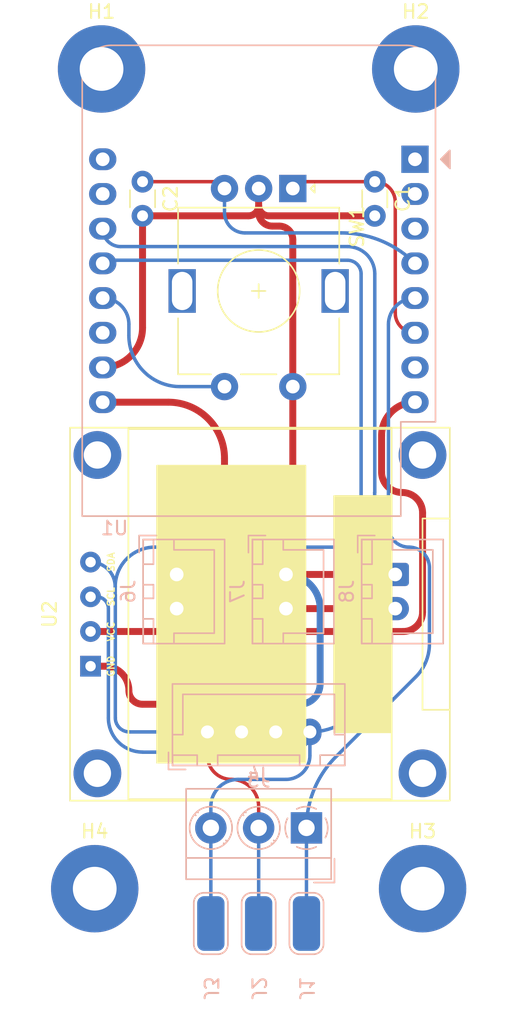
<source format=kicad_pcb>
(kicad_pcb (version 20211014) (generator pcbnew)
  (layers (0 "F.Cu" signal) (31 "B.Cu" signal) (34 "B.Paste" user) (35 "F.Paste" user) (36 "B.SilkS" user "B.Silkscreen") (37 "F.SilkS" user "F.Silkscreen") (38 "B.Mask" user) (39 "F.Mask" user) (44 "Edge.Cuts" user))
  (net 0 "")
  (net 1 "/Rotary_A")
  (net 2 "GND")
  (net 3 "/Rotary_B")
  (net 4 "/DebugPin")
  (net 5 "/SDA")
  (net 6 "/SCL")
  (net 8 "+5V")
  (net 9 "/Rotary_Switch")
  (net 14 "+3V3")
  (footprint "Capacitor_THT:C_Disc_D3.0mm_W1.6mm_P2.50mm" (layer "F.Cu") (at 68.5 74.25 -90)
    (fp_text reference "C2" (at 1.25 -2.05 90) (layer "F.SilkS"))
    (fp_text value "0.47uF")
    (fp_line (start 0.621 -0.92) (end 1.879 -0.92) (layer "F.SilkS") (width 0.12))
    (fp_line (start 0.621 0.92) (end 1.879 0.92) (layer "F.SilkS") (width 0.12))
    (pad "1" thru_hole circle locked (at 0 0 270) (size 1.6 1.6) (drill 0.8) (layers *.Cu *.Mask) (net 3 "/Rotary_B"))
    (pad "2" thru_hole circle locked (at 2.5 0 270) (size 1.6 1.6) (drill 0.8) (layers *.Cu *.Mask) (net 2 "GND"))
  )
  (footprint "MountingHole:MountingHole_3.2mm_M3_Pad" (layer "F.Cu") (at 65.5 66)
    (fp_text reference "H1" (at 0 -4.2) (layer "F.SilkS"))
    (fp_text value "MountingHole_Pad")
    (pad "1" thru_hole circle locked (at 0 0) (size 6.4 6.4) (drill 3.2) (layers *.Cu *.Mask) (net 2 "GND"))
  )
  (footprint "MountingHole:MountingHole_3.2mm_M3_Pad" (layer "F.Cu") (at 65 126)
    (fp_text reference "H4" (at 0 -4.2) (layer "F.SilkS"))
    (fp_text value "MountingHole_Pad")
    (pad "1" thru_hole circle locked (at 0 0) (size 6.4 6.4) (drill 3.2) (layers *.Cu *.Mask) (net 2 "GND"))
  )
  (footprint "Capacitor_THT:C_Disc_D3.0mm_W1.6mm_P2.50mm" (layer "F.Cu") (at 85.5 74.25 -90)
    (fp_text reference "C1" (at 1.25 -2.05 90) (layer "F.SilkS"))
    (fp_text value "0.47uF")
    (fp_line (start 0.621 0.92) (end 1.879 0.92) (layer "F.SilkS") (width 0.12))
    (fp_line (start 0.621 -0.92) (end 1.879 -0.92) (layer "F.SilkS") (width 0.12))
    (pad "1" thru_hole circle locked (at 0 0 270) (size 1.6 1.6) (drill 0.8) (layers *.Cu *.Mask) (net 1 "/Rotary_A"))
    (pad "2" thru_hole circle locked (at 2.5 0 270) (size 1.6 1.6) (drill 0.8) (layers *.Cu *.Mask) (net 2 "GND"))
  )
  (footprint "GBSC_Sync_Combiner_Footprints:SSD1306_OLED_0.96-Inch" (layer "F.Cu") (at 63.195 119.555 90)
    (fp_text reference "U2" (at 13.65 -1.5 90 unlocked) (layer "F.SilkS"))
    (fp_text value "SSD1306_OLED")
    (fp_text user "SCL" (at 14.92 3 90 unlocked) (layer "F.SilkS") (effects (font (size 0.5 0.5) (thickness 0.1))))
    (fp_text user "GND" (at 9.84 3 90 unlocked) (layer "F.SilkS") (effects (font (size 0.5 0.5) (thickness 0.1))))
    (fp_text user "SDA" (at 17.46 3 90 unlocked) (layer "F.SilkS") (effects (font (size 0.5 0.5) (thickness 0.1))))
    (fp_text user "VCC" (at 12.38 3 90 unlocked) (layer "F.SilkS") (effects (font (size 0.5 0.5) (thickness 0.1))))
    (fp_rect (start 5 19.33) (end 22.3 23.54) (layer "F.SilkS") (width 0.12) (fill solid))
    (fp_rect (start 2.78 6.37) (end 24.52 17.23) (layer "F.SilkS") (width 0.12) (fill solid))
    (fp_rect (start 6.65 25.8) (end 20.65 27.8) (layer "F.SilkS") (width 0.12) (fill none))
    (fp_rect (start 0 0) (end 27.3 27.8) (layer "F.SilkS") (width 0.12) (fill none))
    (fp_rect (start 0.1 4.27) (end 27.2 23.54) (layer "F.SilkS") (width 0.12) (fill none))
    (pad "" thru_hole circle (at 25.3 2 90) (size 3.5 3.5) (drill 2) (layers *.Cu *.Mask))
    (pad "" thru_hole circle (at 25.3 25.8 90) (size 3.5 3.5) (drill 2) (layers *.Cu *.Mask))
    (pad "" thru_hole circle (at 2 2 90) (size 3.5 3.5) (drill 2) (layers *.Cu *.Mask))
    (pad "" thru_hole circle (at 2 25.8 90) (size 3.5 3.5) (drill 2) (layers *.Cu *.Mask))
    (pad "1" thru_hole rect (at 9.84 1.5 90) (size 1.524 1.524) (drill 0.762) (layers *.Cu *.Mask) (net 2 "GND"))
    (pad "2" thru_hole circle (at 12.38 1.5 90) (size 1.524 1.524) (drill 0.762) (layers *.Cu *.Mask) (net 14 "+3V3"))
    (pad "3" thru_hole circle (at 14.92 1.5 90) (size 1.524 1.524) (drill 0.762) (layers *.Cu *.Mask) (net 6 "/SCL"))
    (pad "4" thru_hole circle (at 17.46 1.5 90) (size 1.524 1.524) (drill 0.762) (layers *.Cu *.Mask) (net 5 "/SDA"))
  )
  (footprint "Rotary_Encoder:RotaryEncoder_Alps_EC11E-Switch_Vertical_H20mm" (layer "F.Cu") (at 79.5 74.75 -90)
    (fp_text reference "SW1" (at 2.8 -4.7 90) (layer "F.SilkS"))
    (fp_text value "EC11 Rotary Encoder")
    (fp_line (start 13.6 8.4) (end 9.5 8.4) (layer "F.SilkS") (width 0.12))
    (fp_line (start 13.6 1.2) (end 13.6 3.8) (layer "F.SilkS") (width 0.12))
    (fp_line (start 1.4 -3.4) (end 1.4 8.4) (layer "F.SilkS") (width 0.12))
    (fp_line (start 13.6 6) (end 13.6 8.4) (layer "F.SilkS") (width 0.12))
    (fp_line (start 5.5 8.4) (end 1.4 8.4) (layer "F.SilkS") (width 0.12))
    (fp_line (start 0.3 -1.6) (end 0 -1.3) (layer "F.SilkS") (width 0.12))
    (fp_line (start 9.5 -3.4) (end 13.6 -3.4) (layer "F.SilkS") (width 0.12))
    (fp_line (start 7 2.5) (end 8 2.5) (layer "F.SilkS") (width 0.12))
    (fp_line (start 13.6 -3.4) (end 13.6 -1) (layer "F.SilkS") (width 0.12))
    (fp_line (start 7.5 2) (end 7.5 3) (layer "F.SilkS") (width 0.12))
    (fp_line (start 5.5 -3.4) (end 1.4 -3.4) (layer "F.SilkS") (width 0.12))
    (fp_line (start -0.3 -1.6) (end 0.3 -1.6) (layer "F.SilkS") (width 0.12))
    (fp_line (start 0 -1.3) (end -0.3 -1.6) (layer "F.SilkS") (width 0.12))
    (fp_circle (center 7.5 2.5) (end 10.5 2.5) (layer "F.SilkS") (width 0.12) (fill none))
    (pad "A" thru_hole rect locked (at 0 0 270) (size 2 2) (drill 1) (layers *.Cu *.Mask) (net 1 "/Rotary_A"))
    (pad "B" thru_hole circle locked (at 0 5 270) (size 2 2) (drill 1) (layers *.Cu *.Mask) (net 3 "/Rotary_B"))
    (pad "C" thru_hole circle locked (at 0 2.5 270) (size 2 2) (drill 1) (layers *.Cu *.Mask) (net 2 "GND"))
    (pad "MP" thru_hole rect locked (at 7.5 -3.1 270) (size 3.2 2) (drill oval 2.8 1.5) (layers *.Cu *.Mask))
    (pad "MP" thru_hole rect locked (at 7.5 8.1 270) (size 3.2 2) (drill oval 2.8 1.5) (layers *.Cu *.Mask))
    (pad "S1" thru_hole circle locked (at 14.5 5 270) (size 2 2) (drill 1) (layers *.Cu *.Mask) (net 9 "/Rotary_Switch"))
    (pad "S2" thru_hole circle locked (at 14.5 0 270) (size 2 2) (drill 1) (layers *.Cu *.Mask) (net 2 "GND"))
  )
  (footprint "MountingHole:MountingHole_3.2mm_M3_Pad" (layer "F.Cu") (at 88.5 66)
    (fp_text reference "H2" (at 0 -4.2) (layer "F.SilkS"))
    (fp_text value "MountingHole_Pad")
    (pad "1" thru_hole circle locked (at 0 0) (size 6.4 6.4) (drill 3.2) (layers *.Cu *.Mask) (net 2 "GND"))
  )
  (footprint "MountingHole:MountingHole_3.2mm_M3_Pad" (layer "F.Cu") (at 89 126)
    (fp_text reference "H3" (at 0 -4.2) (layer "F.SilkS"))
    (fp_text value "MountingHole_Pad")
    (pad "1" thru_hole circle locked (at 0 0) (size 6.4 6.4) (drill 3.2) (layers *.Cu *.Mask) (net 2 "GND"))
  )
  (footprint "GBSC_Sync_Combiner_Footprints:Solder_Pad_2x4mm" (layer "B.Cu") (at 77 128.55 90)
    (fp_text reference "J2" (at -4.75 0 270 unlocked) (layer "B.SilkS") (effects (justify mirror)))
    (fp_text value "Solder_Pad_2x4mm")
    (fp_line (start -1.5 1.25) (end 1.5 1.25) (layer "B.SilkS") (width 0.12))
    (fp_line (start 2.25 0.5) (end 2.25 -0.5) (layer "B.SilkS") (width 0.12))
    (fp_line (start -2.25 -0.5) (end -2.25 0.5) (layer "B.SilkS") (width 0.12))
    (fp_line (start 1.5 -1.25) (end -1.5 -1.25) (layer "B.SilkS") (width 0.12))
    (fp_arc (start -2.25 -0.5) (mid -2.03033 -1.03033) (end -1.5 -1.25) (layer "B.SilkS") (width 0.12))
    (fp_arc (start -1.5 1.25) (mid -2.03033 1.03033) (end -2.25 0.5) (layer "B.SilkS") (width 0.12))
    (fp_arc (start 1.5 -1.25) (mid 2.03033 -1.03033) (end 2.25 -0.5) (layer "B.SilkS") (width 0.12))
    (fp_arc (start 2.25 0.5) (mid 2.03033 1.03033) (end 1.5 1.25) (layer "B.SilkS") (width 0.12))
    (pad "1" smd roundrect (at 0 0 90) (size 4 2) (layers "B.Cu" "B.Mask") (net 5 "/SDA"))
  )
  (footprint "Connector_JST:JST_XH_B2B-XH-A_1x02_P2.50mm_Vertical" (layer "B.Cu") (at 79 103 -90)
    (fp_text reference "J7" (at 1.25 3.55 90) (layer "B.SilkS") (effects (justify mirror)))
    (fp_text value "JST B2B-XH-A")
    (fp_line (start -2.55 0.2) (end -1.8 0.2) (layer "B.SilkS") (width 0.12))
    (fp_line (start 5.05 1.7) (end 5.05 2.45) (layer "B.SilkS") (width 0.12))
    (fp_line (start -1.8 -2.75) (end 1.25 -2.75) (layer "B.SilkS") (width 0.12))
    (fp_line (start 5.06 2.46) (end -2.56 2.46) (layer "B.SilkS") (width 0.12))
    (fp_line (start 0.75 1.7) (end 1.75 1.7) (layer "B.SilkS") (width 0.12))
    (fp_line (start 5.05 2.45) (end 3.25 2.45) (layer "B.SilkS") (width 0.12))
    (fp_line (start -2.55 1.7) (end -0.75 1.7) (layer "B.SilkS") (width 0.12))
    (fp_line (start 0.75 2.45) (end 0.75 1.7) (layer "B.SilkS") (width 0.12))
    (fp_line (start -1.6 2.75) (end -2.85 2.75) (layer "B.SilkS") (width 0.12))
    (fp_line (start -1.8 0.2) (end -1.8 -2.75) (layer "B.SilkS") (width 0.12))
    (fp_line (start 1.75 1.7) (end 1.75 2.45) (layer "B.SilkS") (width 0.12))
    (fp_line (start 4.3 0.2) (end 4.3 -2.75) (layer "B.SilkS") (width 0.12))
    (fp_line (start 3.25 2.45) (end 3.25 1.7) (layer "B.SilkS") (width 0.12))
    (fp_line (start -2.85 2.75) (end -2.85 1.5) (layer "B.SilkS") (width 0.12))
    (fp_line (start 4.3 -2.75) (end 1.25 -2.75) (layer "B.SilkS") (width 0.12))
    (fp_line (start -2.55 2.45) (end -2.55 1.7) (layer "B.SilkS") (width 0.12))
    (fp_line (start -0.75 1.7) (end -0.75 2.45) (layer "B.SilkS") (width 0.12))
    (fp_line (start 5.05 0.2) (end 4.3 0.2) (layer "B.SilkS") (width 0.12))
    (fp_line (start -0.75 2.45) (end -2.55 2.45) (layer "B.SilkS") (width 0.12))
    (fp_line (start -2.56 -3.51) (end 5.06 -3.51) (layer "B.SilkS") (width 0.12))
    (fp_line (start -2.56 2.46) (end -2.56 -3.51) (layer "B.SilkS") (width 0.12))
    (fp_line (start 3.25 1.7) (end 5.05 1.7) (layer "B.SilkS") (width 0.12))
    (fp_line (start 1.75 2.45) (end 0.75 2.45) (layer "B.SilkS") (width 0.12))
    (fp_line (start 5.06 -3.51) (end 5.06 2.46) (layer "B.SilkS") (width 0.12))
    (pad "1" thru_hole roundrect locked (at 0 0 270) (size 1.7 2) (drill 1) (layers *.Cu *.Mask) (roundrect_rratio 0.147059) (net 2 "GND"))
    (pad "2" thru_hole oval locked (at 2.5 0 270) (size 1.7 2) (drill 1) (layers *.Cu *.Mask) (net 8 "+5V"))
  )
  (footprint "Connector_JST:JST_XH_B2B-XH-A_1x02_P2.50mm_Vertical" (layer "B.Cu") (at 71 103 -90)
    (fp_text reference "J6" (at 1.25 3.55 90) (layer "B.SilkS") (effects (justify mirror)))
    (fp_text value "JST B2B-XH-A")
    (fp_line (start -2.55 1.7) (end -0.75 1.7) (layer "B.SilkS") (width 0.12))
    (fp_line (start -2.56 -3.51) (end 5.06 -3.51) (layer "B.SilkS") (width 0.12))
    (fp_line (start -2.85 2.75) (end -2.85 1.5) (layer "B.SilkS") (width 0.12))
    (fp_line (start 5.06 -3.51) (end 5.06 2.46) (layer "B.SilkS") (width 0.12))
    (fp_line (start 4.3 -2.75) (end 1.25 -2.75) (layer "B.SilkS") (width 0.12))
    (fp_line (start 3.25 2.45) (end 3.25 1.7) (layer "B.SilkS") (width 0.12))
    (fp_line (start 5.05 1.7) (end 5.05 2.45) (layer "B.SilkS") (width 0.12))
    (fp_line (start 5.05 0.2) (end 4.3 0.2) (layer "B.SilkS") (width 0.12))
    (fp_line (start -1.6 2.75) (end -2.85 2.75) (layer "B.SilkS") (width 0.12))
    (fp_line (start -1.8 0.2) (end -1.8 -2.75) (layer "B.SilkS") (width 0.12))
    (fp_line (start -1.8 -2.75) (end 1.25 -2.75) (layer "B.SilkS") (width 0.12))
    (fp_line (start 5.05 2.45) (end 3.25 2.45) (layer "B.SilkS") (width 0.12))
    (fp_line (start -0.75 2.45) (end -2.55 2.45) (layer "B.SilkS") (width 0.12))
    (fp_line (start 1.75 2.45) (end 0.75 2.45) (layer "B.SilkS") (width 0.12))
    (fp_line (start 3.25 1.7) (end 5.05 1.7) (layer "B.SilkS") (width 0.12))
    (fp_line (start -2.56 2.46) (end -2.56 -3.51) (layer "B.SilkS") (width 0.12))
    (fp_line (start -2.55 2.45) (end -2.55 1.7) (layer "B.SilkS") (width 0.12))
    (fp_line (start 0.75 2.45) (end 0.75 1.7) (layer "B.SilkS") (width 0.12))
    (fp_line (start 5.06 2.46) (end -2.56 2.46) (layer "B.SilkS") (width 0.12))
    (fp_line (start 4.3 0.2) (end 4.3 -2.75) (layer "B.SilkS") (width 0.12))
    (fp_line (start -2.55 0.2) (end -1.8 0.2) (layer "B.SilkS") (width 0.12))
    (fp_line (start 1.75 1.7) (end 1.75 2.45) (layer "B.SilkS") (width 0.12))
    (fp_line (start 0.75 1.7) (end 1.75 1.7) (layer "B.SilkS") (width 0.12))
    (fp_line (start -0.75 1.7) (end -0.75 2.45) (layer "B.SilkS") (width 0.12))
    (pad "1" thru_hole roundrect locked (at 0 0 270) (size 1.7 2) (drill 1) (layers *.Cu *.Mask) (roundrect_rratio 0.147059) (net 2 "GND"))
    (pad "2" thru_hole oval locked (at 2.5 0 270) (size 1.7 2) (drill 1) (layers *.Cu *.Mask) (net 8 "+5V"))
  )
  (footprint "Module:WEMOS_D1_mini_light" (layer "B.Cu") (at 88.445 72.61 180)
    (fp_text reference "U1" (at 22 -27) (layer "B.SilkS") (effects (justify mirror)))
    (fp_text value "WeMos_D1_mini")
    (fp_line (start -1.5 -19.22) (end 1.04 -19.22) (layer "B.SilkS") (width 0.12))
    (fp_line (start 22.24 8.34) (end 0.63 8.34) (layer "B.SilkS") (width 0.12))
    (fp_line (start -1.5 -19.22) (end -1.5 6.21) (layer "B.SilkS") (width 0.12))
    (fp_line (start 1.04 -19.22) (end 1.04 -26.12) (layer "B.SilkS") (width 0.12))
    (fp_line (start 1.04 -26.12) (end 24.36 -26.12) (layer "B.SilkS") (width 0.12))
    (fp_line (start 24.36 -26.12) (end 24.36 6.21) (layer "B.SilkS") (width 0.12))
    (fp_arc (start 24.36 6.21) (mid 23.736137 7.716137) (end 22.23 8.34) (layer "B.SilkS") (width 0.12))
    (fp_arc (start 0.63 8.34) (mid -0.876137 7.716137) (end -1.5 6.21) (layer "B.SilkS") (width 0.12))
    (fp_poly (pts (xy -2.54 0.635) (xy -2.54 -0.635) (xy -1.905 0)) (layer "B.SilkS") (width 0.15) (fill solid))
    (pad "1" thru_hole rect locked (at 0 0 180) (size 2 2) (drill 1) (layers *.Cu *.Mask))
    (pad "2" thru_hole oval locked (at 0 -2.54 180) (size 2 1.6) (drill 1) (layers *.Cu *.Mask))
    (pad "3" thru_hole oval locked (at 0 -5.08 180) (size 2 1.6) (drill 1) (layers *.Cu *.Mask))
    (pad "4" thru_hole oval locked (at 0 -7.62 180) (size 2 1.6) (drill 1) (layers *.Cu *.Mask) (net 3 "/Rotary_B"))
    (pad "5" thru_hole oval locked (at 0 -10.16 180) (size 2 1.6) (drill 1) (layers *.Cu *.Mask) (net 4 "/DebugPin"))
    (pad "6" thru_hole oval locked (at 0 -12.7 180) (size 2 1.6) (drill 1) (layers *.Cu *.Mask) (net 1 "/Rotary_A"))
    (pad "7" thru_hole oval locked (at 0 -15.24 180) (size 2 1.6) (drill 1) (layers *.Cu *.Mask))
    (pad "8" thru_hole oval locked (at 0 -17.78 180) (size 2 1.6) (drill 1) (layers *.Cu *.Mask) (net 14 "+3V3"))
    (pad "9" thru_hole oval locked (at 22.86 -17.78 180) (size 2 1.6) (drill 1) (layers *.Cu *.Mask) (net 8 "+5V"))
    (pad "10" thru_hole oval locked (at 22.86 -15.24 180) (size 2 1.6) (drill 1) (layers *.Cu *.Mask) (net 2 "GND"))
    (pad "11" thru_hole oval locked (at 22.86 -12.7 180) (size 2 1.6) (drill 1) (layers *.Cu *.Mask))
    (pad "12" thru_hole oval locked (at 22.86 -10.16 180) (size 2 1.6) (drill 1) (layers *.Cu *.Mask) (net 9 "/Rotary_Switch"))
    (pad "13" thru_hole oval locked (at 22.86 -7.62 180) (size 2 1.6) (drill 1) (layers *.Cu *.Mask) (net 5 "/SDA"))
    (pad "14" thru_hole oval locked (at 22.86 -5.08 180) (size 2 1.6) (drill 1) (layers *.Cu *.Mask) (net 6 "/SCL"))
    (pad "15" thru_hole oval locked (at 22.86 -2.54 180) (size 2 1.6) (drill 1) (layers *.Cu *.Mask))
    (pad "16" thru_hole oval locked (at 22.86 0 180) (size 2 1.6) (drill 1) (layers *.Cu *.Mask))
  )
  (footprint "GBSC_Sync_Combiner_Footprints:Solder_Pad_2x4mm" (layer "B.Cu") (at 80.5 128.55 90)
    (fp_text reference "J1" (at -4.75 0 270 unlocked) (layer "B.SilkS") (effects (justify mirror)))
    (fp_text value "Solder_Pad_2x4mm")
    (fp_line (start 2.25 0.5) (end 2.25 -0.5) (layer "B.SilkS") (width 0.12))
    (fp_line (start -1.5 1.25) (end 1.5 1.25) (layer "B.SilkS") (width 0.12))
    (fp_line (start 1.5 -1.25) (end -1.5 -1.25) (layer "B.SilkS") (width 0.12))
    (fp_line (start -2.25 -0.5) (end -2.25 0.5) (layer "B.SilkS") (width 0.12))
    (fp_arc (start -1.5 1.25) (mid -2.03033 1.03033) (end -2.25 0.5) (layer "B.SilkS") (width 0.12))
    (fp_arc (start 2.25 0.5) (mid 2.03033 1.03033) (end 1.5 1.25) (layer "B.SilkS") (width 0.12))
    (fp_arc (start 1.5 -1.25) (mid 2.03033 -1.03033) (end 2.25 -0.5) (layer "B.SilkS") (width 0.12))
    (fp_arc (start -2.25 -0.5) (mid -2.03033 -1.03033) (end -1.5 -1.25) (layer "B.SilkS") (width 0.12))
    (pad "1" smd roundrect (at 0 0 90) (size 4 2) (layers "B.Cu" "B.Mask") (net 4 "/DebugPin"))
  )
  (footprint "GBSC_Sync_Combiner_Footprints:Solder_Pad_2x4mm" (layer "B.Cu") (at 73.5 128.55 90)
    (fp_text reference "J3" (at -4.75 0 270 unlocked) (layer "B.SilkS") (effects (justify mirror)))
    (fp_text value "Solder_Pad_2x4mm")
    (fp_line (start 2.25 0.5) (end 2.25 -0.5) (layer "B.SilkS") (width 0.12))
    (fp_line (start -1.5 1.25) (end 1.5 1.25) (layer "B.SilkS") (width 0.12))
    (fp_line (start 1.5 -1.25) (end -1.5 -1.25) (layer "B.SilkS") (width 0.12))
    (fp_line (start -2.25 -0.5) (end -2.25 0.5) (layer "B.SilkS") (width 0.12))
    (fp_arc (start -2.25 -0.5) (mid -2.03033 -1.03033) (end -1.5 -1.25) (layer "B.SilkS") (width 0.12))
    (fp_arc (start 2.25 0.5) (mid 2.03033 1.03033) (end 1.5 1.25) (layer "B.SilkS") (width 0.12))
    (fp_arc (start -1.5 1.25) (mid -2.03033 1.03033) (end -2.25 0.5) (layer "B.SilkS") (width 0.12))
    (fp_arc (start 1.5 -1.25) (mid 2.03033 -1.03033) (end 2.25 -0.5) (layer "B.SilkS") (width 0.12))
    (pad "1" smd roundrect (at 0 0 90) (size 4 2) (layers "B.Cu" "B.Mask") (net 6 "/SCL"))
  )
  (footprint "Connector_JST:JST_XH_B4B-XH-A_1x04_P2.50mm_Vertical" (layer "B.Cu") (at 73.25 114.525)
    (fp_text reference "J5" (at 3.75 3.55) (layer "B.SilkS") (effects (justify mirror)))
    (fp_text value "JST B4B-XH-A")
    (fp_line (start -2.55 1.7) (end -0.75 1.7) (layer "B.SilkS") (width 0.12))
    (fp_line (start -2.85 2.75) (end -2.85 1.5) (layer "B.SilkS") (width 0.12))
    (fp_line (start 10.05 0.2) (end 9.3 0.2) (layer "B.SilkS") (width 0.12))
    (fp_line (start 10.06 -3.51) (end 10.06 2.46) (layer "B.SilkS") (width 0.12))
    (fp_line (start 10.05 1.7) (end 10.05 2.45) (layer "B.SilkS") (width 0.12))
    (fp_line (start 10.06 2.46) (end -2.56 2.46) (layer "B.SilkS") (width 0.12))
    (fp_line (start 9.3 0.2) (end 9.3 -2.75) (layer "B.SilkS") (width 0.12))
    (fp_line (start -1.6 2.75) (end -2.85 2.75) (layer "B.SilkS") (width 0.12))
    (fp_line (start -1.8 -2.75) (end 3.75 -2.75) (layer "B.SilkS") (width 0.12))
    (fp_line (start -2.55 0.2) (end -1.8 0.2) (layer "B.SilkS") (width 0.12))
    (fp_line (start 9.3 -2.75) (end 3.75 -2.75) (layer "B.SilkS") (width 0.12))
    (fp_line (start 6.75 2.45) (end 0.75 2.45) (layer "B.SilkS") (width 0.12))
    (fp_line (start 8.25 2.45) (end 8.25 1.7) (layer "B.SilkS") (width 0.12))
    (fp_line (start -0.75 2.45) (end -2.55 2.45) (layer "B.SilkS") (width 0.12))
    (fp_line (start -1.8 0.2) (end -1.8 -2.75) (layer "B.SilkS") (width 0.12))
    (fp_line (start 10.05 2.45) (end 8.25 2.45) (layer "B.SilkS") (width 0.12))
    (fp_line (start -2.56 2.46) (end -2.56 -3.51) (layer "B.SilkS") (width 0.12))
    (fp_line (start 6.75 1.7) (end 6.75 2.45) (layer "B.SilkS") (width 0.12))
    (fp_line (start 0.75 2.45) (end 0.75 1.7) (layer "B.SilkS") (width 0.12))
    (fp_line (start 8.25 1.7) (end 10.05 1.7) (layer "B.SilkS") (width 0.12))
    (fp_line (start 0.75 1.7) (end 6.75 1.7) (layer "B.SilkS") (width 0.12))
    (fp_line (start -2.55 2.45) (end -2.55 1.7) (layer "B.SilkS") (width 0.12))
    (fp_line (start -2.56 -3.51) (end 10.06 -3.51) (layer "B.SilkS") (width 0.12))
    (fp_line (start -0.75 1.7) (end -0.75 2.45) (layer "B.SilkS") (width 0.12))
    (pad "1" thru_hole roundrect locked (at 0 0) (size 1.7 1.95) (drill 0.95) (layers *.Cu *.Mask) (roundrect_rratio 0.147059) (net 5 "/SDA"))
    (pad "2" thru_hole oval locked (at 2.5 0) (size 1.7 1.95) (drill 0.95) (layers *.Cu *.Mask))
    (pad "3" thru_hole oval locked (at 5 0) (size 1.7 1.95) (drill 0.95) (layers *.Cu *.Mask) (net 2 "GND"))
    (pad "4" thru_hole oval locked (at 7.5 0) (size 1.7 1.95) (drill 0.95) (layers *.Cu *.Mask) (net 6 "/SCL"))
  )
  (footprint "TerminalBlock_MetzConnect:TerminalBlock_MetzConnect_Type059_RT06303HBWC_1x03_P3.50mm_Horizontal" (layer "B.Cu") (at 80.5 121.55 180)
    (fp_text reference "J4" (at 3.5 3.86) (layer "B.SilkS") (effects (justify mirror)))
    (fp_text value "Screw_Terminal_01x03")
    (fp_line (start -1.81 2.86) (end 8.81 2.86) (layer "B.SilkS") (width 0.12))
    (fp_line (start -2.05 -2.26) (end -2.05 -4) (layer "B.SilkS") (width 0.12))
    (fp_line (start -2.05 -4) (end -0.55 -4) (layer "B.SilkS") (width 0.12))
    (fp_line (start 2.397 -0.914) (end 2.321 -0.99) (layer "B.SilkS") (width 0.12))
    (fp_line (start 8.18 0.99) (end 8.104 0.914) (layer "B.SilkS") (width 0.12))
    (fp_line (start -1.81 -3.76) (end 8.81 -3.76) (layer "B.SilkS") (width 0.12))
    (fp_line (start 4.49 1.18) (end 4.436 1.126) (layer "B.SilkS") (width 0.12))
    (fp_line (start 6.065 -1.125) (end 6.011 -1.18) (layer "B.SilkS") (width 0.12))
    (fp_line (start 7.99 1.18) (end 7.936 1.126) (layer "B.SilkS") (width 0.12))
    (fp_line (start 4.68 0.99) (end 4.604 0.914) (layer "B.SilkS") (width 0.12))
    (fp_line (start 5.897 -0.914) (end 5.821 -0.99) (layer "B.SilkS") (width 0.12))
    (fp_line (start 2.565 -1.125) (end 2.511 -1.18) (layer "B.SilkS") (width 0.12))
    (fp_line (start -1.81 2.86) (end -1.81 -3.76) (layer "B.SilkS") (width 0.12))
    (fp_line (start -1.81 -2.2) (end 8.81 -2.2) (layer "B.SilkS") (width 0.12))
    (fp_line (start 8.81 2.86) (end 8.81 -3.76) (layer "B.SilkS") (width 0.12))
    (fp_arc (start -0.707 -1.386) (mid -0.350695 -1.515869) (end 0.026444 -1.555682) (layer "B.SilkS") (width 0.12))
    (fp_arc (start 0.707 1.386) (mid 0.000711 1.555906) (end -0.705733 1.386645) (layer "B.SilkS") (width 0.12))
    (fp_arc (start -1.386 0.707) (mid -1.555906 0.000711) (end -1.386645 -0.705733) (layer "B.SilkS") (width 0.12))
    (fp_arc (start 1.386 -0.707) (mid 1.555906 -0.000711) (end 1.386645 0.705733) (layer "B.SilkS") (width 0.12))
    (fp_arc (start 0 -1.555) (mid 0.363007 -1.512035) (end 0.705955 -1.385515) (layer "B.SilkS") (width 0.12))
    (fp_circle (center 3.5 0) (end 5.055 0) (layer "B.SilkS") (width 0.12) (fill none))
    (fp_circle (center 7 0) (end 8.555 0) (layer "B.SilkS") (width 0.12) (fill none))
    (pad "1" thru_hole rect locked (at 0 0 180) (size 2.3 2.3) (drill 1.2) (layers *.Cu *.Mask) (net 4 "/DebugPin"))
    (pad "2" thru_hole circle locked (at 3.5 0 180) (size 2.3 2.3) (drill 1.2) (layers *.Cu *.Mask) (net 5 "/SDA"))
    (pad "3" thru_hole circle locked (at 7 0 180) (size 2.3 2.3) (drill 1.2) (layers *.Cu *.Mask) (net 6 "/SCL"))
  )
  (footprint "Connector_JST:JST_XH_B2B-XH-A_1x02_P2.50mm_Vertical" (layer "B.Cu") (at 87 103 -90)
    (fp_text reference "J8" (at 1.25 3.55 90) (layer "B.SilkS") (effects (justify mirror)))
    (fp_text value "JST B2B-XH-A")
    (fp_line (start 5.05 2.45) (end 3.25 2.45) (layer "B.SilkS") (width 0.12))
    (fp_line (start -2.56 2.46) (end -2.56 -3.51) (layer "B.SilkS") (width 0.12))
    (fp_line (start 4.3 -2.75) (end 1.25 -2.75) (layer "B.SilkS") (width 0.12))
    (fp_line (start 5.06 2.46) (end -2.56 2.46) (layer "B.SilkS") (width 0.12))
    (fp_line (start -1.6 2.75) (end -2.85 2.75) (layer "B.SilkS") (width 0.12))
    (fp_line (start -0.75 2.45) (end -2.55 2.45) (layer "B.SilkS") (width 0.12))
    (fp_line (start -2.85 2.75) (end -2.85 1.5) (layer "B.SilkS") (width 0.12))
    (fp_line (start 1.75 2.45) (end 0.75 2.45) (layer "B.SilkS") (width 0.12))
    (fp_line (start 3.25 2.45) (end 3.25 1.7) (layer "B.SilkS") (width 0.12))
    (fp_line (start -2.55 0.2) (end -1.8 0.2) (layer "B.SilkS") (width 0.12))
    (fp_line (start 3.25 1.7) (end 5.05 1.7) (layer "B.SilkS") (width 0.12))
    (fp_line (start -2.55 2.45) (end -2.55 1.7) (layer "B.SilkS") (width 0.12))
    (fp_line (start 0.75 2.45) (end 0.75 1.7) (layer "B.SilkS") (width 0.12))
    (fp_line (start -2.56 -3.51) (end 5.06 -3.51) (layer "B.SilkS") (width 0.12))
    (fp_line (start 0.75 1.7) (end 1.75 1.7) (layer "B.SilkS") (width 0.12))
    (fp_line (start -0.75 1.7) (end -0.75 2.45) (layer "B.SilkS") (width 0.12))
    (fp_line (start -2.55 1.7) (end -0.75 1.7) (layer "B.SilkS") (width 0.12))
    (fp_line (start 1.75 1.7) (end 1.75 2.45) (layer "B.SilkS") (width 0.12))
    (fp_line (start 5.05 0.2) (end 4.3 0.2) (layer "B.SilkS") (width 0.12))
    (fp_line (start 4.3 0.2) (end 4.3 -2.75) (layer "B.SilkS") (width 0.12))
    (fp_line (start 5.06 -3.51) (end 5.06 2.46) (layer "B.SilkS") (width 0.12))
    (fp_line (start 5.05 1.7) (end 5.05 2.45) (layer "B.SilkS") (width 0.12))
    (fp_line (start -1.8 0.2) (end -1.8 -2.75) (layer "B.SilkS") (width 0.12))
    (fp_line (start -1.8 -2.75) (end 1.25 -2.75) (layer "B.SilkS") (width 0.12))
    (pad "1" thru_hole roundrect locked (at 0 0 270) (size 1.7 2) (drill 1) (layers *.Cu *.Mask) (roundrect_rratio 0.147059) (net 2 "GND"))
    (pad "2" thru_hole oval locked (at 2.5 0 270) (size 1.7 2) (drill 1) (layers *.Cu *.Mask) (net 8 "+5V"))
  )
  (segment (start 87 83.865) (end 87 75.75) (width 0.254) (layer "F.Cu") (net 1))
  (segment (start 85.5 74.25) (end 80 74.25) (width 0.254) (layer "F.Cu") (net 1))
  (arc (start 88.445 85.31) (mid 87.423231 84.886769) (end 87 83.865) (width 0.254) (layer "F.Cu") (net 1))
  (arc (start 87 75.75) (mid 86.56066 74.68934) (end 85.5 74.25) (width 0.254) (layer "F.Cu") (net 1))
  (arc (start 80 74.25) (mid 79.646447 74.396447) (end 79.5 74.75) (width 0.254) (layer "F.Cu") (net 1))
  (segment (start 88.5 84.81) (end 88.3 84.81) (width 0.254) (layer "B.Cu") (net 1))
  (segment (start 77 76) (end 77 76.5) (width 0.508) (layer "F.Cu") (net 2))
  (segment (start 85.5 76.75) (end 77.75 76.75) (width 0.508) (layer "F.Cu") (net 2))
  (segment (start 64.695 109.715) (end 65.285 109.715) (width 0.508) (layer "F.Cu") (net 2))
  (segment (start 77 74.75) (end 77 76) (width 0.508) (layer "F.Cu") (net 2))
  (segment (start 68.5 112.5) (end 77 112.5) (width 0.508) (layer "F.Cu") (net 2))
  (segment (start 79.5 78.5) (end 79.5 89.25) (width 0.508) (layer "F.Cu") (net 2))
  (segment (start 78 77.5) (end 78.5 77.5) (width 0.508) (layer "F.Cu") (net 2))
  (segment (start 68.5 76.75) (end 68.5 84.935) (width 0.508) (layer "F.Cu") (net 2))
  (segment (start 79.5 89.25) (end 79.5 102.5) (width 0.508) (layer "F.Cu") (net 2))
  (segment (start 68.5 76.75) (end 76.25 76.75) (width 0.508) (layer "F.Cu") (net 2))
  (segment (start 64.695 109.715) (end 65.715 109.715) (width 0.508) (layer "F.Cu") (net 2))
  (segment (start 79 103) (end 87 103) (width 0.508) (layer "F.Cu") (net 2))
  (segment (start 78.25 113.75) (end 78.25 114.525) (width 0.508) (layer "F.Cu") (net 2))
  (arc (start 65.715 109.715) (mid 66.977186 110.237814) (end 67.5 111.5) (width 0.508) (layer "F.Cu") (net 2))
  (arc (start 77.75 76.75) (mid 77.21967 76.53033) (end 77 76) (width 0.508) (layer "F.Cu") (net 2))
  (arc (start 67.5 111.5) (mid 67.792893 112.207107) (end 68.5 112.5) (width 0.508) (layer "F.Cu") (net 2))
  (arc (start 78.5 77.5) (mid 79.207107 77.792893) (end 79.5 78.5) (width 0.508) (layer "F.Cu") (net 2))
  (arc (start 77 112.5) (mid 77.883883 112.866117) (end 78.25 113.75) (width 0.508) (layer "F.Cu") (net 2))
  (arc (start 76.25 76.75) (mid 76.78033 76.53033) (end 77 76) (width 0.508) (layer "F.Cu") (net 2))
  (arc (start 68.5 84.935) (mid 67.646216 86.996216) (end 65.585 87.85) (width 0.508) (layer "F.Cu") (net 2))
  (arc (start 79.5 102.5) (mid 79.353553 102.853553) (end 79 103) (width 0.508) (layer "F.Cu") (net 2))
  (arc (start 77 76.5) (mid 77.292893 77.207107) (end 78 77.5) (width 0.508) (layer "F.Cu") (net 2))
  (segment (start 81.5 105.5) (end 81.5 111) (width 0.508) (layer "B.Cu") (net 2))
  (segment (start 79 103) (end 71 103) (width 0.508) (layer "B.Cu") (net 2))
  (segment (start 78.25 114.25) (end 78.25 114.525) (width 0.508) (layer "B.Cu") (net 2))
  (arc (start 80 112.5) (mid 78.762563 113.012563) (end 78.25 114.25) (width 0.508) (layer "B.Cu") (net 2))
  (arc (start 81.5 111) (mid 81.06066 112.06066) (end 80 112.5) (width 0.508) (layer "B.Cu") (net 2))
  (arc (start 79 103) (mid 80.767767 103.732233) (end 81.5 105.5) (width 0.508) (layer "B.Cu") (net 2))
  (segment (start 68.5 74.25) (end 74 74.25) (width 0.254) (layer "F.Cu") (net 3))
  (arc (start 74 74.25) (mid 74.353553 74.396447) (end 74.5 74.75) (width 0.254) (layer "F.Cu") (net 3))
  (segment (start 74.5 74.75) (end 74.5 76.5) (width 0.254) (layer "B.Cu") (net 3))
  (segment (start 76 78) (end 83.061304 78) (width 0.254) (layer "B.Cu") (net 3))
  (arc (start 74.5 76.5) (mid 74.93934 77.56066) (end 76 78) (width 0.254) (layer "B.Cu") (net 3))
  (arc (start 83.061304 78) (mid 85.974939 78.579558) (end 88.445 80.23) (width 0.254) (layer "B.Cu") (net 3))
  (segment (start 89.5 102.5) (end 89.5 108.085787) (width 0.254) (layer "B.Cu") (net 4))
  (segment (start 88.5 110.5) (end 82.656676 116.343324) (width 0.254) (layer "B.Cu") (net 4))
  (segment (start 88.5 82.27) (end 88.23 82.27) (width 0.254) (layer "B.Cu") (net 4))
  (segment (start 86.5 84.715) (end 86.5 99.5) (width 0.254) (layer "B.Cu") (net 4))
  (segment (start 80.5 121.55) (end 80.5 128.55) (width 0.254) (layer "B.Cu") (net 4))
  (arc (start 88 101) (mid 89.06066 101.43934) (end 89.5 102.5) (width 0.254) (layer "B.Cu") (net 4))
  (arc (start 89.5 108.085787) (mid 89.240109 109.392349) (end 88.5 110.5) (width 0.254) (layer "B.Cu") (net 4))
  (arc (start 88.445 82.77) (mid 87.069677 83.339677) (end 86.5 84.715) (width 0.254) (layer "B.Cu") (net 4))
  (arc (start 82.656676 116.343324) (mid 81.060502 118.732166) (end 80.5 121.55) (width 0.254) (layer "B.Cu") (net 4))
  (arc (start 86.5 99.5) (mid 86.93934 100.56066) (end 88 101) (width 0.254) (layer "B.Cu") (net 4))
  (segment (start 73.25 114.525) (end 73.25 116.25) (width 0.254) (layer "F.Cu") (net 5))
  (segment (start 77 120) (end 77 121.55) (width 0.254) (layer "F.Cu") (net 5))
  (arc (start 73.25 116.25) (mid 73.762563 117.487437) (end 75 118) (width 0.254) (layer "F.Cu") (net 5))
  (arc (start 75 118) (mid 76.414214 118.585786) (end 77 120) (width 0.254) (layer "F.Cu") (net 5))
  (segment (start 84.5 99) (end 84.5 81) (width 0.254) (layer "B.Cu") (net 5))
  (segment (start 83.5 80) (end 65.815 80) (width 0.254) (layer "B.Cu") (net 5))
  (segment (start 73.25 114.525) (end 67.54004 114.525) (width 0.254) (layer "B.Cu") (net 5))
  (segment (start 66.50752 113.49248) (end 66.50752 113.5) (width 0.254) (layer "B.Cu") (net 5))
  (segment (start 66.5 103.9) (end 66.5 104.5) (width 0.254) (layer "B.Cu") (net 5))
  (segment (start 66.5 104.5) (end 66.50752 104.50752) (width 0.254) (layer "B.Cu") (net 5))
  (segment (start 66.50752 104.50752) (end 66.50752 113.49248) (width 0.254) (layer "B.Cu") (net 5))
  (segment (start 77 121.55) (end 77 128.55) (width 0.254) (layer "B.Cu") (net 5))
  (segment (start 69.4 101) (end 82.5 101) (width 0.254) (layer "B.Cu") (net 5))
  (arc (start 82.5 101) (mid 83.914214 100.414214) (end 84.5 99) (width 0.254) (layer "B.Cu") (net 5))
  (arc (start 65.815 80) (mid 65.652365 80.067365) (end 65.585 80.23) (width 0.254) (layer "B.Cu") (net 5))
  (arc (start 64.695 102.095) (mid 65.971328 102.623672) (end 66.5 103.9) (width 0.254) (layer "B.Cu") (net 5))
  (arc (start 84.5 81) (mid 84.207107 80.292893) (end 83.5 80) (width 0.254) (layer "B.Cu") (net 5))
  (arc (start 67.54004 114.525) (mid 66.809938 114.222582) (end 66.50752 113.49248) (width 0.254) (layer "B.Cu") (net 5))
  (arc (start 66.5 103.9) (mid 67.34939 101.84939) (end 69.4 101) (width 0.254) (layer "B.Cu") (net 5))
  (segment (start 85.49248 109.78252) (end 85.49248 97.00752) (width 0.254) (layer "B.Cu") (net 6))
  (segment (start 64.695 104.635) (end 65.135 104.635) (width 0.254) (layer "B.Cu") (net 6))
  (segment (start 73.5 121.55) (end 73.5 120) (width 0.254) (layer "B.Cu") (net 6))
  (segment (start 85.5 97) (end 85.5 81) (width 0.254) (layer "B.Cu") (net 6))
  (segment (start 80.75 116.25) (end 80.75 114.525) (width 0.254) (layer "B.Cu") (net 6))
  (segment (start 75.5 118) (end 79 118) (width 0.254) (layer "B.Cu") (net 6))
  (segment (start 68.50752 116.00752) (end 79.26748 116.00752) (width 0.254) (layer "B.Cu") (net 6))
  (segment (start 85.49248 97.00752) (end 85.5 97) (width 0.254) (layer "B.Cu") (net 6))
  (segment (start 73.5 121.55) (end 73.5 128.55) (width 0.254) (layer "B.Cu") (net 6))
  (segment (start 66 105.5) (end 66 113.5) (width 0.254) (layer "B.Cu") (net 6))
  (segment (start 68.5 116) (end 68.50752 116.00752) (width 0.254) (layer "B.Cu") (net 6))
  (segment (start 83.5 79) (end 66.895 79) (width 0.254) (layer "B.Cu") (net 6))
  (arc (start 66.895 79) (mid 65.96869 78.61631) (end 65.585 77.69) (width 0.254) (layer "B.Cu") (net 6))
  (arc (start 79 118) (mid 80.237437 117.487437) (end 80.75 116.25) (width 0.254) (layer "B.Cu") (net 6))
  (arc (start 79.26748 116.00752) (mid 80.31578 115.5733) (end 80.75 114.525) (width 0.254) (layer "B.Cu") (net 6))
  (arc (start 85.5 81) (mid 84.914214 79.585786) (end 83.5 79) (width 0.254) (layer "B.Cu") (net 6))
  (arc (start 80.75 114.525) (mid 84.10344 113.13596) (end 85.49248 109.78252) (width 0.254) (layer "B.Cu") (net 6))
  (arc (start 65.135 104.635) (mid 65.746647 104.888353) (end 66 105.5) (width 0.254) (layer "B.Cu") (net 6))
  (arc (start 66 113.5) (mid 66.732233 115.267767) (end 68.5 116) (width 0.254) (layer "B.Cu") (net 6))
  (arc (start 73.5 120) (mid 74.085786 118.585786) (end 75.5 118) (width 0.254) (layer "B.Cu") (net 6))
  (segment (start 65.585 90.39) (end 70.39 90.39) (width 0.508) (layer "F.Cu") (net 8))
  (segment (start 79 105.5) (end 87 105.5) (width 0.508) (layer "F.Cu") (net 8))
  (segment (start 74.5 94.5) (end 74.5 102) (width 0.508) (layer "F.Cu") (net 8))
  (arc (start 70.39 90.39) (mid 73.296209 91.593791) (end 74.5 94.5) (width 0.508) (layer "F.Cu") (net 8))
  (arc (start 74.5 102) (mid 73.474874 104.474874) (end 71 105.5) (width 0.508) (layer "F.Cu") (net 8))
  (segment (start 71 105.5) (end 79 105.5) (width 0.508) (layer "B.Cu") (net 8))
  (segment (start 67.5 84.685) (end 67.5 85.5) (width 0.254) (layer "B.Cu") (net 9))
  (segment (start 71.25 89.25) (end 74.5 89.25) (width 0.254) (layer "B.Cu") (net 9))
  (arc (start 67.5 85.5) (mid 68.59835 88.15165) (end 71.25 89.25) (width 0.254) (layer "B.Cu") (net 9))
  (arc (start 65.585 82.77) (mid 66.939109 83.330891) (end 67.5 84.685) (width 0.254) (layer "B.Cu") (net 9))
  (segment (start 86 95.5) (end 86 92.835) (width 0.508) (layer "F.Cu") (net 14))
  (segment (start 64.695 107.175) (end 87.574428 107.175) (width 0.508) (layer "F.Cu") (net 14))
  (segment (start 89 105.749428) (end 89 98.5) (width 0.508) (layer "F.Cu") (net 14))
  (arc (start 89 98.5) (mid 88.56066 97.43934) (end 87.5 97) (width 0.508) (layer "F.Cu") (net 14))
  (arc (start 87.5 97) (mid 86.43934 96.56066) (end 86 95.5) (width 0.508) (layer "F.Cu") (net 14))
  (arc (start 87.574428 107.175) (mid 88.58246 106.75746) (end 89 105.749428) (width 0.508) (layer "F.Cu") (net 14))
  (arc (start 86 92.835) (mid 86.716124 91.106124) (end 88.445 90.39) (width 0.508) (layer "F.Cu") (net 14))
)
</source>
